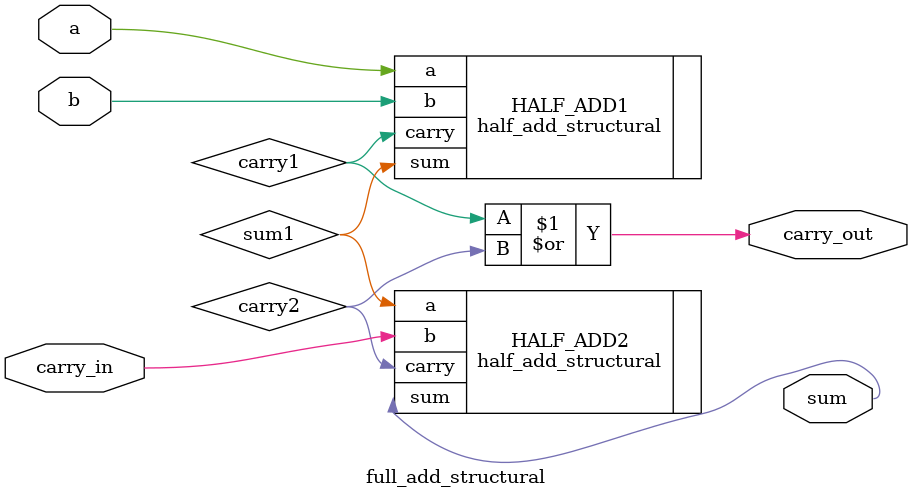
<source format=v>
module full_add_structural (
           input a,
	   input b,
	   input carry_in,
	   output sum,
	   output carry_out);
	   
	   wire sum1;
	   wire carry1;
	   wire carry2;
	   
	   half_add_structural HALF_ADD1(
	      .a(a),
		  .b(b),
		  .sum(sum1),
		  .carry(carry1)
		  );
		  
	   half_add_structural HALF_ADD2(
	      .a(sum1),
		  .b(carry_in),
		  .sum(sum),
		  .carry(carry2)
		  );
		  
		or (carry_out,carry1,carry2);
endmodule

</source>
